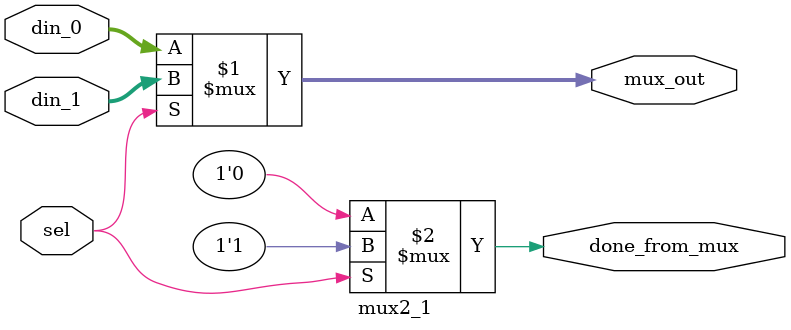
<source format=sv>
`timescale 1ns / 1ps


module mux2_1 #(parameter Desired_Quantization=4) (
    din_0      , // Mux first input
    din_1      , // Mux Second input
    sel        , // Select input
    mux_out    ,  // Mux output
    done_from_mux
  );
  //-----------Input Ports---------------
  input [Desired_Quantization-1:0] din_0, din_1;
  input sel ;
  //-----------Output Ports---------------
  output [Desired_Quantization-1:0] mux_out;
  output done_from_mux;
  //------------Internal Variables--------
  wire  [Desired_Quantization-1:0] mux_out;
  //-------------Code Start-----------------
  assign mux_out = (sel) ? din_1 : din_0; // carry for sel 1
  assign done_from_mux = (sel) ? 1'b1 : 1'b0;

endmodule

</source>
